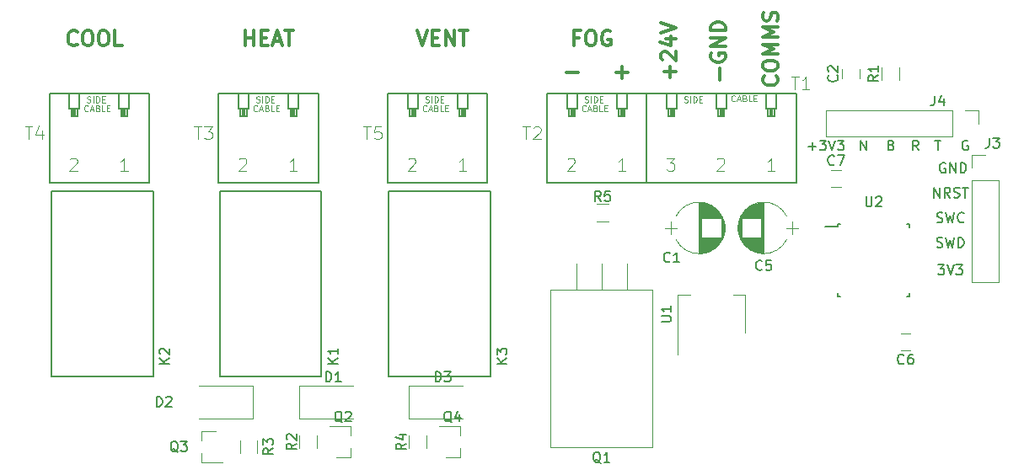
<source format=gto>
G04 #@! TF.FileFunction,Legend,Top*
%FSLAX46Y46*%
G04 Gerber Fmt 4.6, Leading zero omitted, Abs format (unit mm)*
G04 Created by KiCad (PCBNEW 4.0.7-e2-6376~58~ubuntu16.04.1) date Mon Nov  6 20:09:01 2017*
%MOMM*%
%LPD*%
G01*
G04 APERTURE LIST*
%ADD10C,0.100000*%
%ADD11C,0.200000*%
%ADD12C,0.300000*%
%ADD13C,0.150000*%
%ADD14C,0.120000*%
%ADD15C,0.127000*%
%ADD16C,0.101600*%
%ADD17C,0.050800*%
G04 APERTURE END LIST*
D10*
D11*
X184761905Y-87702381D02*
X185380953Y-87702381D01*
X185047619Y-88083333D01*
X185190477Y-88083333D01*
X185285715Y-88130952D01*
X185333334Y-88178571D01*
X185380953Y-88273810D01*
X185380953Y-88511905D01*
X185333334Y-88607143D01*
X185285715Y-88654762D01*
X185190477Y-88702381D01*
X184904762Y-88702381D01*
X184809524Y-88654762D01*
X184761905Y-88607143D01*
X185666667Y-87702381D02*
X186000000Y-88702381D01*
X186333334Y-87702381D01*
X186571429Y-87702381D02*
X187190477Y-87702381D01*
X186857143Y-88083333D01*
X187000001Y-88083333D01*
X187095239Y-88130952D01*
X187142858Y-88178571D01*
X187190477Y-88273810D01*
X187190477Y-88511905D01*
X187142858Y-88607143D01*
X187095239Y-88654762D01*
X187000001Y-88702381D01*
X186714286Y-88702381D01*
X186619048Y-88654762D01*
X186571429Y-88607143D01*
X184642857Y-85904762D02*
X184785714Y-85952381D01*
X185023810Y-85952381D01*
X185119048Y-85904762D01*
X185166667Y-85857143D01*
X185214286Y-85761905D01*
X185214286Y-85666667D01*
X185166667Y-85571429D01*
X185119048Y-85523810D01*
X185023810Y-85476190D01*
X184833333Y-85428571D01*
X184738095Y-85380952D01*
X184690476Y-85333333D01*
X184642857Y-85238095D01*
X184642857Y-85142857D01*
X184690476Y-85047619D01*
X184738095Y-85000000D01*
X184833333Y-84952381D01*
X185071429Y-84952381D01*
X185214286Y-85000000D01*
X185547619Y-84952381D02*
X185785714Y-85952381D01*
X185976191Y-85238095D01*
X186166667Y-85952381D01*
X186404762Y-84952381D01*
X186785714Y-85952381D02*
X186785714Y-84952381D01*
X187023809Y-84952381D01*
X187166667Y-85000000D01*
X187261905Y-85095238D01*
X187309524Y-85190476D01*
X187357143Y-85380952D01*
X187357143Y-85523810D01*
X187309524Y-85714286D01*
X187261905Y-85809524D01*
X187166667Y-85904762D01*
X187023809Y-85952381D01*
X186785714Y-85952381D01*
X184642857Y-83404762D02*
X184785714Y-83452381D01*
X185023810Y-83452381D01*
X185119048Y-83404762D01*
X185166667Y-83357143D01*
X185214286Y-83261905D01*
X185214286Y-83166667D01*
X185166667Y-83071429D01*
X185119048Y-83023810D01*
X185023810Y-82976190D01*
X184833333Y-82928571D01*
X184738095Y-82880952D01*
X184690476Y-82833333D01*
X184642857Y-82738095D01*
X184642857Y-82642857D01*
X184690476Y-82547619D01*
X184738095Y-82500000D01*
X184833333Y-82452381D01*
X185071429Y-82452381D01*
X185214286Y-82500000D01*
X185547619Y-82452381D02*
X185785714Y-83452381D01*
X185976191Y-82738095D01*
X186166667Y-83452381D01*
X186404762Y-82452381D01*
X187357143Y-83357143D02*
X187309524Y-83404762D01*
X187166667Y-83452381D01*
X187071429Y-83452381D01*
X186928571Y-83404762D01*
X186833333Y-83309524D01*
X186785714Y-83214286D01*
X186738095Y-83023810D01*
X186738095Y-82880952D01*
X186785714Y-82690476D01*
X186833333Y-82595238D01*
X186928571Y-82500000D01*
X187071429Y-82452381D01*
X187166667Y-82452381D01*
X187309524Y-82500000D01*
X187357143Y-82547619D01*
X184357143Y-80952381D02*
X184357143Y-79952381D01*
X184928572Y-80952381D01*
X184928572Y-79952381D01*
X185976191Y-80952381D02*
X185642857Y-80476190D01*
X185404762Y-80952381D02*
X185404762Y-79952381D01*
X185785715Y-79952381D01*
X185880953Y-80000000D01*
X185928572Y-80047619D01*
X185976191Y-80142857D01*
X185976191Y-80285714D01*
X185928572Y-80380952D01*
X185880953Y-80428571D01*
X185785715Y-80476190D01*
X185404762Y-80476190D01*
X186357143Y-80904762D02*
X186500000Y-80952381D01*
X186738096Y-80952381D01*
X186833334Y-80904762D01*
X186880953Y-80857143D01*
X186928572Y-80761905D01*
X186928572Y-80666667D01*
X186880953Y-80571429D01*
X186833334Y-80523810D01*
X186738096Y-80476190D01*
X186547619Y-80428571D01*
X186452381Y-80380952D01*
X186404762Y-80333333D01*
X186357143Y-80238095D01*
X186357143Y-80142857D01*
X186404762Y-80047619D01*
X186452381Y-80000000D01*
X186547619Y-79952381D01*
X186785715Y-79952381D01*
X186928572Y-80000000D01*
X187214286Y-79952381D02*
X187785715Y-79952381D01*
X187500000Y-80952381D02*
X187500000Y-79952381D01*
X185488096Y-77500000D02*
X185392858Y-77452381D01*
X185250001Y-77452381D01*
X185107143Y-77500000D01*
X185011905Y-77595238D01*
X184964286Y-77690476D01*
X184916667Y-77880952D01*
X184916667Y-78023810D01*
X184964286Y-78214286D01*
X185011905Y-78309524D01*
X185107143Y-78404762D01*
X185250001Y-78452381D01*
X185345239Y-78452381D01*
X185488096Y-78404762D01*
X185535715Y-78357143D01*
X185535715Y-78023810D01*
X185345239Y-78023810D01*
X185964286Y-78452381D02*
X185964286Y-77452381D01*
X186535715Y-78452381D01*
X186535715Y-77452381D01*
X187011905Y-78452381D02*
X187011905Y-77452381D01*
X187250000Y-77452381D01*
X187392858Y-77500000D01*
X187488096Y-77595238D01*
X187535715Y-77690476D01*
X187583334Y-77880952D01*
X187583334Y-78023810D01*
X187535715Y-78214286D01*
X187488096Y-78309524D01*
X187392858Y-78404762D01*
X187250000Y-78452381D01*
X187011905Y-78452381D01*
X187761905Y-75250000D02*
X187666667Y-75202381D01*
X187523810Y-75202381D01*
X187380952Y-75250000D01*
X187285714Y-75345238D01*
X187238095Y-75440476D01*
X187190476Y-75630952D01*
X187190476Y-75773810D01*
X187238095Y-75964286D01*
X187285714Y-76059524D01*
X187380952Y-76154762D01*
X187523810Y-76202381D01*
X187619048Y-76202381D01*
X187761905Y-76154762D01*
X187809524Y-76107143D01*
X187809524Y-75773810D01*
X187619048Y-75773810D01*
X184464286Y-75202381D02*
X185035715Y-75202381D01*
X184750000Y-76202381D02*
X184750000Y-75202381D01*
X182809524Y-76202381D02*
X182476190Y-75726190D01*
X182238095Y-76202381D02*
X182238095Y-75202381D01*
X182619048Y-75202381D01*
X182714286Y-75250000D01*
X182761905Y-75297619D01*
X182809524Y-75392857D01*
X182809524Y-75535714D01*
X182761905Y-75630952D01*
X182714286Y-75678571D01*
X182619048Y-75726190D01*
X182238095Y-75726190D01*
X180071429Y-75678571D02*
X180214286Y-75726190D01*
X180261905Y-75773810D01*
X180309524Y-75869048D01*
X180309524Y-76011905D01*
X180261905Y-76107143D01*
X180214286Y-76154762D01*
X180119048Y-76202381D01*
X179738095Y-76202381D01*
X179738095Y-75202381D01*
X180071429Y-75202381D01*
X180166667Y-75250000D01*
X180214286Y-75297619D01*
X180261905Y-75392857D01*
X180261905Y-75488095D01*
X180214286Y-75583333D01*
X180166667Y-75630952D01*
X180071429Y-75678571D01*
X179738095Y-75678571D01*
X176964286Y-76202381D02*
X176964286Y-75202381D01*
X177535715Y-76202381D01*
X177535715Y-75202381D01*
X171738095Y-75821429D02*
X172500000Y-75821429D01*
X172119048Y-76202381D02*
X172119048Y-75440476D01*
X172880952Y-75202381D02*
X173500000Y-75202381D01*
X173166666Y-75583333D01*
X173309524Y-75583333D01*
X173404762Y-75630952D01*
X173452381Y-75678571D01*
X173500000Y-75773810D01*
X173500000Y-76011905D01*
X173452381Y-76107143D01*
X173404762Y-76154762D01*
X173309524Y-76202381D01*
X173023809Y-76202381D01*
X172928571Y-76154762D01*
X172880952Y-76107143D01*
X173785714Y-75202381D02*
X174119047Y-76202381D01*
X174452381Y-75202381D01*
X174690476Y-75202381D02*
X175309524Y-75202381D01*
X174976190Y-75583333D01*
X175119048Y-75583333D01*
X175214286Y-75630952D01*
X175261905Y-75678571D01*
X175309524Y-75773810D01*
X175309524Y-76011905D01*
X175261905Y-76107143D01*
X175214286Y-76154762D01*
X175119048Y-76202381D01*
X174833333Y-76202381D01*
X174738095Y-76154762D01*
X174690476Y-76107143D01*
D12*
X168535714Y-68750000D02*
X168607143Y-68821429D01*
X168678571Y-69035715D01*
X168678571Y-69178572D01*
X168607143Y-69392857D01*
X168464286Y-69535715D01*
X168321429Y-69607143D01*
X168035714Y-69678572D01*
X167821429Y-69678572D01*
X167535714Y-69607143D01*
X167392857Y-69535715D01*
X167250000Y-69392857D01*
X167178571Y-69178572D01*
X167178571Y-69035715D01*
X167250000Y-68821429D01*
X167321429Y-68750000D01*
X167178571Y-67821429D02*
X167178571Y-67535715D01*
X167250000Y-67392857D01*
X167392857Y-67250000D01*
X167678571Y-67178572D01*
X168178571Y-67178572D01*
X168464286Y-67250000D01*
X168607143Y-67392857D01*
X168678571Y-67535715D01*
X168678571Y-67821429D01*
X168607143Y-67964286D01*
X168464286Y-68107143D01*
X168178571Y-68178572D01*
X167678571Y-68178572D01*
X167392857Y-68107143D01*
X167250000Y-67964286D01*
X167178571Y-67821429D01*
X168678571Y-66535714D02*
X167178571Y-66535714D01*
X168250000Y-66035714D01*
X167178571Y-65535714D01*
X168678571Y-65535714D01*
X168678571Y-64821428D02*
X167178571Y-64821428D01*
X168250000Y-64321428D01*
X167178571Y-63821428D01*
X168678571Y-63821428D01*
X168607143Y-63178571D02*
X168678571Y-62964285D01*
X168678571Y-62607142D01*
X168607143Y-62464285D01*
X168535714Y-62392856D01*
X168392857Y-62321428D01*
X168250000Y-62321428D01*
X168107143Y-62392856D01*
X168035714Y-62464285D01*
X167964286Y-62607142D01*
X167892857Y-62892856D01*
X167821429Y-63035714D01*
X167750000Y-63107142D01*
X167607143Y-63178571D01*
X167464286Y-63178571D01*
X167321429Y-63107142D01*
X167250000Y-63035714D01*
X167178571Y-62892856D01*
X167178571Y-62535714D01*
X167250000Y-62321428D01*
X162857143Y-69107143D02*
X162857143Y-67964286D01*
X162000000Y-66464286D02*
X161928571Y-66607143D01*
X161928571Y-66821429D01*
X162000000Y-67035714D01*
X162142857Y-67178572D01*
X162285714Y-67250000D01*
X162571429Y-67321429D01*
X162785714Y-67321429D01*
X163071429Y-67250000D01*
X163214286Y-67178572D01*
X163357143Y-67035714D01*
X163428571Y-66821429D01*
X163428571Y-66678572D01*
X163357143Y-66464286D01*
X163285714Y-66392857D01*
X162785714Y-66392857D01*
X162785714Y-66678572D01*
X163428571Y-65750000D02*
X161928571Y-65750000D01*
X163428571Y-64892857D01*
X161928571Y-64892857D01*
X163428571Y-64178571D02*
X161928571Y-64178571D01*
X161928571Y-63821428D01*
X162000000Y-63607143D01*
X162142857Y-63464285D01*
X162285714Y-63392857D01*
X162571429Y-63321428D01*
X162785714Y-63321428D01*
X163071429Y-63392857D01*
X163214286Y-63464285D01*
X163357143Y-63607143D01*
X163428571Y-63821428D01*
X163428571Y-64178571D01*
X157857143Y-68892856D02*
X157857143Y-67749999D01*
X158428571Y-68321428D02*
X157285714Y-68321428D01*
X157071429Y-67107142D02*
X157000000Y-67035713D01*
X156928571Y-66892856D01*
X156928571Y-66535713D01*
X157000000Y-66392856D01*
X157071429Y-66321427D01*
X157214286Y-66249999D01*
X157357143Y-66249999D01*
X157571429Y-66321427D01*
X158428571Y-67178570D01*
X158428571Y-66249999D01*
X157428571Y-64964285D02*
X158428571Y-64964285D01*
X156857143Y-65321428D02*
X157928571Y-65678571D01*
X157928571Y-64749999D01*
X156928571Y-64392857D02*
X158428571Y-63892857D01*
X156928571Y-63392857D01*
X152428572Y-68357143D02*
X153571429Y-68357143D01*
X153000000Y-68928571D02*
X153000000Y-67785714D01*
X147428572Y-68357143D02*
X148571429Y-68357143D01*
X148678572Y-64892857D02*
X148178572Y-64892857D01*
X148178572Y-65678571D02*
X148178572Y-64178571D01*
X148892858Y-64178571D01*
X149750000Y-64178571D02*
X150035714Y-64178571D01*
X150178572Y-64250000D01*
X150321429Y-64392857D01*
X150392857Y-64678571D01*
X150392857Y-65178571D01*
X150321429Y-65464286D01*
X150178572Y-65607143D01*
X150035714Y-65678571D01*
X149750000Y-65678571D01*
X149607143Y-65607143D01*
X149464286Y-65464286D01*
X149392857Y-65178571D01*
X149392857Y-64678571D01*
X149464286Y-64392857D01*
X149607143Y-64250000D01*
X149750000Y-64178571D01*
X151821429Y-64250000D02*
X151678572Y-64178571D01*
X151464286Y-64178571D01*
X151250001Y-64250000D01*
X151107143Y-64392857D01*
X151035715Y-64535714D01*
X150964286Y-64821429D01*
X150964286Y-65035714D01*
X151035715Y-65321429D01*
X151107143Y-65464286D01*
X151250001Y-65607143D01*
X151464286Y-65678571D01*
X151607143Y-65678571D01*
X151821429Y-65607143D01*
X151892858Y-65535714D01*
X151892858Y-65035714D01*
X151607143Y-65035714D01*
X132464286Y-64178571D02*
X132964286Y-65678571D01*
X133464286Y-64178571D01*
X133964286Y-64892857D02*
X134464286Y-64892857D01*
X134678572Y-65678571D02*
X133964286Y-65678571D01*
X133964286Y-64178571D01*
X134678572Y-64178571D01*
X135321429Y-65678571D02*
X135321429Y-64178571D01*
X136178572Y-65678571D01*
X136178572Y-64178571D01*
X136678572Y-64178571D02*
X137535715Y-64178571D01*
X137107144Y-65678571D02*
X137107144Y-64178571D01*
X115178572Y-65678571D02*
X115178572Y-64178571D01*
X115178572Y-64892857D02*
X116035715Y-64892857D01*
X116035715Y-65678571D02*
X116035715Y-64178571D01*
X116750001Y-64892857D02*
X117250001Y-64892857D01*
X117464287Y-65678571D02*
X116750001Y-65678571D01*
X116750001Y-64178571D01*
X117464287Y-64178571D01*
X118035715Y-65250000D02*
X118750001Y-65250000D01*
X117892858Y-65678571D02*
X118392858Y-64178571D01*
X118892858Y-65678571D01*
X119178572Y-64178571D02*
X120035715Y-64178571D01*
X119607144Y-65678571D02*
X119607144Y-64178571D01*
X98285714Y-65535714D02*
X98214285Y-65607143D01*
X97999999Y-65678571D01*
X97857142Y-65678571D01*
X97642857Y-65607143D01*
X97499999Y-65464286D01*
X97428571Y-65321429D01*
X97357142Y-65035714D01*
X97357142Y-64821429D01*
X97428571Y-64535714D01*
X97499999Y-64392857D01*
X97642857Y-64250000D01*
X97857142Y-64178571D01*
X97999999Y-64178571D01*
X98214285Y-64250000D01*
X98285714Y-64321429D01*
X99214285Y-64178571D02*
X99499999Y-64178571D01*
X99642857Y-64250000D01*
X99785714Y-64392857D01*
X99857142Y-64678571D01*
X99857142Y-65178571D01*
X99785714Y-65464286D01*
X99642857Y-65607143D01*
X99499999Y-65678571D01*
X99214285Y-65678571D01*
X99071428Y-65607143D01*
X98928571Y-65464286D01*
X98857142Y-65178571D01*
X98857142Y-64678571D01*
X98928571Y-64392857D01*
X99071428Y-64250000D01*
X99214285Y-64178571D01*
X100785714Y-64178571D02*
X101071428Y-64178571D01*
X101214286Y-64250000D01*
X101357143Y-64392857D01*
X101428571Y-64678571D01*
X101428571Y-65178571D01*
X101357143Y-65464286D01*
X101214286Y-65607143D01*
X101071428Y-65678571D01*
X100785714Y-65678571D01*
X100642857Y-65607143D01*
X100500000Y-65464286D01*
X100428571Y-65178571D01*
X100428571Y-64678571D01*
X100500000Y-64392857D01*
X100642857Y-64250000D01*
X100785714Y-64178571D01*
X102785715Y-65678571D02*
X102071429Y-65678571D01*
X102071429Y-64178571D01*
D13*
X174675000Y-83625000D02*
X174675000Y-83850000D01*
X181925000Y-83625000D02*
X181925000Y-83925000D01*
X181925000Y-90875000D02*
X181925000Y-90575000D01*
X174675000Y-90875000D02*
X174675000Y-90575000D01*
X174675000Y-83625000D02*
X174975000Y-83625000D01*
X174675000Y-90875000D02*
X174975000Y-90875000D01*
X181925000Y-90875000D02*
X181625000Y-90875000D01*
X181925000Y-83625000D02*
X181625000Y-83625000D01*
X174675000Y-83850000D02*
X173450000Y-83850000D01*
D14*
X163055722Y-82820277D02*
G75*
G03X158444420Y-82820000I-2305722J-1179723D01*
G01*
X163055722Y-85179723D02*
G75*
G02X158444420Y-85180000I-2305722J1179723D01*
G01*
X163055722Y-85179723D02*
G75*
G03X163055580Y-82820000I-2305722J1179723D01*
G01*
X160750000Y-81450000D02*
X160750000Y-86550000D01*
X160790000Y-81450000D02*
X160790000Y-86550000D01*
X160830000Y-81451000D02*
X160830000Y-86549000D01*
X160870000Y-81452000D02*
X160870000Y-86548000D01*
X160910000Y-81454000D02*
X160910000Y-86546000D01*
X160950000Y-81457000D02*
X160950000Y-86543000D01*
X160990000Y-81461000D02*
X160990000Y-86539000D01*
X161030000Y-81465000D02*
X161030000Y-83020000D01*
X161030000Y-84980000D02*
X161030000Y-86535000D01*
X161070000Y-81469000D02*
X161070000Y-83020000D01*
X161070000Y-84980000D02*
X161070000Y-86531000D01*
X161110000Y-81475000D02*
X161110000Y-83020000D01*
X161110000Y-84980000D02*
X161110000Y-86525000D01*
X161150000Y-81481000D02*
X161150000Y-83020000D01*
X161150000Y-84980000D02*
X161150000Y-86519000D01*
X161190000Y-81487000D02*
X161190000Y-83020000D01*
X161190000Y-84980000D02*
X161190000Y-86513000D01*
X161230000Y-81494000D02*
X161230000Y-83020000D01*
X161230000Y-84980000D02*
X161230000Y-86506000D01*
X161270000Y-81502000D02*
X161270000Y-83020000D01*
X161270000Y-84980000D02*
X161270000Y-86498000D01*
X161310000Y-81511000D02*
X161310000Y-83020000D01*
X161310000Y-84980000D02*
X161310000Y-86489000D01*
X161350000Y-81520000D02*
X161350000Y-83020000D01*
X161350000Y-84980000D02*
X161350000Y-86480000D01*
X161390000Y-81530000D02*
X161390000Y-83020000D01*
X161390000Y-84980000D02*
X161390000Y-86470000D01*
X161430000Y-81540000D02*
X161430000Y-83020000D01*
X161430000Y-84980000D02*
X161430000Y-86460000D01*
X161471000Y-81552000D02*
X161471000Y-83020000D01*
X161471000Y-84980000D02*
X161471000Y-86448000D01*
X161511000Y-81564000D02*
X161511000Y-83020000D01*
X161511000Y-84980000D02*
X161511000Y-86436000D01*
X161551000Y-81576000D02*
X161551000Y-83020000D01*
X161551000Y-84980000D02*
X161551000Y-86424000D01*
X161591000Y-81590000D02*
X161591000Y-83020000D01*
X161591000Y-84980000D02*
X161591000Y-86410000D01*
X161631000Y-81604000D02*
X161631000Y-83020000D01*
X161631000Y-84980000D02*
X161631000Y-86396000D01*
X161671000Y-81618000D02*
X161671000Y-83020000D01*
X161671000Y-84980000D02*
X161671000Y-86382000D01*
X161711000Y-81634000D02*
X161711000Y-83020000D01*
X161711000Y-84980000D02*
X161711000Y-86366000D01*
X161751000Y-81650000D02*
X161751000Y-83020000D01*
X161751000Y-84980000D02*
X161751000Y-86350000D01*
X161791000Y-81667000D02*
X161791000Y-83020000D01*
X161791000Y-84980000D02*
X161791000Y-86333000D01*
X161831000Y-81685000D02*
X161831000Y-83020000D01*
X161831000Y-84980000D02*
X161831000Y-86315000D01*
X161871000Y-81704000D02*
X161871000Y-83020000D01*
X161871000Y-84980000D02*
X161871000Y-86296000D01*
X161911000Y-81724000D02*
X161911000Y-83020000D01*
X161911000Y-84980000D02*
X161911000Y-86276000D01*
X161951000Y-81744000D02*
X161951000Y-83020000D01*
X161951000Y-84980000D02*
X161951000Y-86256000D01*
X161991000Y-81766000D02*
X161991000Y-83020000D01*
X161991000Y-84980000D02*
X161991000Y-86234000D01*
X162031000Y-81788000D02*
X162031000Y-83020000D01*
X162031000Y-84980000D02*
X162031000Y-86212000D01*
X162071000Y-81811000D02*
X162071000Y-83020000D01*
X162071000Y-84980000D02*
X162071000Y-86189000D01*
X162111000Y-81835000D02*
X162111000Y-83020000D01*
X162111000Y-84980000D02*
X162111000Y-86165000D01*
X162151000Y-81860000D02*
X162151000Y-83020000D01*
X162151000Y-84980000D02*
X162151000Y-86140000D01*
X162191000Y-81887000D02*
X162191000Y-83020000D01*
X162191000Y-84980000D02*
X162191000Y-86113000D01*
X162231000Y-81914000D02*
X162231000Y-83020000D01*
X162231000Y-84980000D02*
X162231000Y-86086000D01*
X162271000Y-81942000D02*
X162271000Y-83020000D01*
X162271000Y-84980000D02*
X162271000Y-86058000D01*
X162311000Y-81972000D02*
X162311000Y-83020000D01*
X162311000Y-84980000D02*
X162311000Y-86028000D01*
X162351000Y-82003000D02*
X162351000Y-83020000D01*
X162351000Y-84980000D02*
X162351000Y-85997000D01*
X162391000Y-82035000D02*
X162391000Y-83020000D01*
X162391000Y-84980000D02*
X162391000Y-85965000D01*
X162431000Y-82068000D02*
X162431000Y-83020000D01*
X162431000Y-84980000D02*
X162431000Y-85932000D01*
X162471000Y-82103000D02*
X162471000Y-83020000D01*
X162471000Y-84980000D02*
X162471000Y-85897000D01*
X162511000Y-82139000D02*
X162511000Y-83020000D01*
X162511000Y-84980000D02*
X162511000Y-85861000D01*
X162551000Y-82177000D02*
X162551000Y-83020000D01*
X162551000Y-84980000D02*
X162551000Y-85823000D01*
X162591000Y-82217000D02*
X162591000Y-83020000D01*
X162591000Y-84980000D02*
X162591000Y-85783000D01*
X162631000Y-82258000D02*
X162631000Y-83020000D01*
X162631000Y-84980000D02*
X162631000Y-85742000D01*
X162671000Y-82301000D02*
X162671000Y-83020000D01*
X162671000Y-84980000D02*
X162671000Y-85699000D01*
X162711000Y-82346000D02*
X162711000Y-83020000D01*
X162711000Y-84980000D02*
X162711000Y-85654000D01*
X162751000Y-82394000D02*
X162751000Y-83020000D01*
X162751000Y-84980000D02*
X162751000Y-85606000D01*
X162791000Y-82444000D02*
X162791000Y-83020000D01*
X162791000Y-84980000D02*
X162791000Y-85556000D01*
X162831000Y-82496000D02*
X162831000Y-83020000D01*
X162831000Y-84980000D02*
X162831000Y-85504000D01*
X162871000Y-82552000D02*
X162871000Y-83020000D01*
X162871000Y-84980000D02*
X162871000Y-85448000D01*
X162911000Y-82610000D02*
X162911000Y-83020000D01*
X162911000Y-84980000D02*
X162911000Y-85390000D01*
X162951000Y-82673000D02*
X162951000Y-83020000D01*
X162951000Y-84980000D02*
X162951000Y-85327000D01*
X162991000Y-82739000D02*
X162991000Y-85261000D01*
X163031000Y-82811000D02*
X163031000Y-85189000D01*
X163071000Y-82888000D02*
X163071000Y-85112000D01*
X163111000Y-82972000D02*
X163111000Y-85028000D01*
X163151000Y-83066000D02*
X163151000Y-84934000D01*
X163191000Y-83171000D02*
X163191000Y-84829000D01*
X163231000Y-83293000D02*
X163231000Y-84707000D01*
X163271000Y-83441000D02*
X163271000Y-84559000D01*
X163311000Y-83646000D02*
X163311000Y-84354000D01*
X157300000Y-84000000D02*
X158500000Y-84000000D01*
X157900000Y-83350000D02*
X157900000Y-84650000D01*
X175150000Y-68000000D02*
X175150000Y-69000000D01*
X176850000Y-69000000D02*
X176850000Y-68000000D01*
X164944278Y-85179723D02*
G75*
G03X169555580Y-85180000I2305722J1179723D01*
G01*
X164944278Y-82820277D02*
G75*
G02X169555580Y-82820000I2305722J-1179723D01*
G01*
X164944278Y-82820277D02*
G75*
G03X164944420Y-85180000I2305722J-1179723D01*
G01*
X167250000Y-86550000D02*
X167250000Y-81450000D01*
X167210000Y-86550000D02*
X167210000Y-81450000D01*
X167170000Y-86549000D02*
X167170000Y-81451000D01*
X167130000Y-86548000D02*
X167130000Y-81452000D01*
X167090000Y-86546000D02*
X167090000Y-81454000D01*
X167050000Y-86543000D02*
X167050000Y-81457000D01*
X167010000Y-86539000D02*
X167010000Y-81461000D01*
X166970000Y-86535000D02*
X166970000Y-84980000D01*
X166970000Y-83020000D02*
X166970000Y-81465000D01*
X166930000Y-86531000D02*
X166930000Y-84980000D01*
X166930000Y-83020000D02*
X166930000Y-81469000D01*
X166890000Y-86525000D02*
X166890000Y-84980000D01*
X166890000Y-83020000D02*
X166890000Y-81475000D01*
X166850000Y-86519000D02*
X166850000Y-84980000D01*
X166850000Y-83020000D02*
X166850000Y-81481000D01*
X166810000Y-86513000D02*
X166810000Y-84980000D01*
X166810000Y-83020000D02*
X166810000Y-81487000D01*
X166770000Y-86506000D02*
X166770000Y-84980000D01*
X166770000Y-83020000D02*
X166770000Y-81494000D01*
X166730000Y-86498000D02*
X166730000Y-84980000D01*
X166730000Y-83020000D02*
X166730000Y-81502000D01*
X166690000Y-86489000D02*
X166690000Y-84980000D01*
X166690000Y-83020000D02*
X166690000Y-81511000D01*
X166650000Y-86480000D02*
X166650000Y-84980000D01*
X166650000Y-83020000D02*
X166650000Y-81520000D01*
X166610000Y-86470000D02*
X166610000Y-84980000D01*
X166610000Y-83020000D02*
X166610000Y-81530000D01*
X166570000Y-86460000D02*
X166570000Y-84980000D01*
X166570000Y-83020000D02*
X166570000Y-81540000D01*
X166529000Y-86448000D02*
X166529000Y-84980000D01*
X166529000Y-83020000D02*
X166529000Y-81552000D01*
X166489000Y-86436000D02*
X166489000Y-84980000D01*
X166489000Y-83020000D02*
X166489000Y-81564000D01*
X166449000Y-86424000D02*
X166449000Y-84980000D01*
X166449000Y-83020000D02*
X166449000Y-81576000D01*
X166409000Y-86410000D02*
X166409000Y-84980000D01*
X166409000Y-83020000D02*
X166409000Y-81590000D01*
X166369000Y-86396000D02*
X166369000Y-84980000D01*
X166369000Y-83020000D02*
X166369000Y-81604000D01*
X166329000Y-86382000D02*
X166329000Y-84980000D01*
X166329000Y-83020000D02*
X166329000Y-81618000D01*
X166289000Y-86366000D02*
X166289000Y-84980000D01*
X166289000Y-83020000D02*
X166289000Y-81634000D01*
X166249000Y-86350000D02*
X166249000Y-84980000D01*
X166249000Y-83020000D02*
X166249000Y-81650000D01*
X166209000Y-86333000D02*
X166209000Y-84980000D01*
X166209000Y-83020000D02*
X166209000Y-81667000D01*
X166169000Y-86315000D02*
X166169000Y-84980000D01*
X166169000Y-83020000D02*
X166169000Y-81685000D01*
X166129000Y-86296000D02*
X166129000Y-84980000D01*
X166129000Y-83020000D02*
X166129000Y-81704000D01*
X166089000Y-86276000D02*
X166089000Y-84980000D01*
X166089000Y-83020000D02*
X166089000Y-81724000D01*
X166049000Y-86256000D02*
X166049000Y-84980000D01*
X166049000Y-83020000D02*
X166049000Y-81744000D01*
X166009000Y-86234000D02*
X166009000Y-84980000D01*
X166009000Y-83020000D02*
X166009000Y-81766000D01*
X165969000Y-86212000D02*
X165969000Y-84980000D01*
X165969000Y-83020000D02*
X165969000Y-81788000D01*
X165929000Y-86189000D02*
X165929000Y-84980000D01*
X165929000Y-83020000D02*
X165929000Y-81811000D01*
X165889000Y-86165000D02*
X165889000Y-84980000D01*
X165889000Y-83020000D02*
X165889000Y-81835000D01*
X165849000Y-86140000D02*
X165849000Y-84980000D01*
X165849000Y-83020000D02*
X165849000Y-81860000D01*
X165809000Y-86113000D02*
X165809000Y-84980000D01*
X165809000Y-83020000D02*
X165809000Y-81887000D01*
X165769000Y-86086000D02*
X165769000Y-84980000D01*
X165769000Y-83020000D02*
X165769000Y-81914000D01*
X165729000Y-86058000D02*
X165729000Y-84980000D01*
X165729000Y-83020000D02*
X165729000Y-81942000D01*
X165689000Y-86028000D02*
X165689000Y-84980000D01*
X165689000Y-83020000D02*
X165689000Y-81972000D01*
X165649000Y-85997000D02*
X165649000Y-84980000D01*
X165649000Y-83020000D02*
X165649000Y-82003000D01*
X165609000Y-85965000D02*
X165609000Y-84980000D01*
X165609000Y-83020000D02*
X165609000Y-82035000D01*
X165569000Y-85932000D02*
X165569000Y-84980000D01*
X165569000Y-83020000D02*
X165569000Y-82068000D01*
X165529000Y-85897000D02*
X165529000Y-84980000D01*
X165529000Y-83020000D02*
X165529000Y-82103000D01*
X165489000Y-85861000D02*
X165489000Y-84980000D01*
X165489000Y-83020000D02*
X165489000Y-82139000D01*
X165449000Y-85823000D02*
X165449000Y-84980000D01*
X165449000Y-83020000D02*
X165449000Y-82177000D01*
X165409000Y-85783000D02*
X165409000Y-84980000D01*
X165409000Y-83020000D02*
X165409000Y-82217000D01*
X165369000Y-85742000D02*
X165369000Y-84980000D01*
X165369000Y-83020000D02*
X165369000Y-82258000D01*
X165329000Y-85699000D02*
X165329000Y-84980000D01*
X165329000Y-83020000D02*
X165329000Y-82301000D01*
X165289000Y-85654000D02*
X165289000Y-84980000D01*
X165289000Y-83020000D02*
X165289000Y-82346000D01*
X165249000Y-85606000D02*
X165249000Y-84980000D01*
X165249000Y-83020000D02*
X165249000Y-82394000D01*
X165209000Y-85556000D02*
X165209000Y-84980000D01*
X165209000Y-83020000D02*
X165209000Y-82444000D01*
X165169000Y-85504000D02*
X165169000Y-84980000D01*
X165169000Y-83020000D02*
X165169000Y-82496000D01*
X165129000Y-85448000D02*
X165129000Y-84980000D01*
X165129000Y-83020000D02*
X165129000Y-82552000D01*
X165089000Y-85390000D02*
X165089000Y-84980000D01*
X165089000Y-83020000D02*
X165089000Y-82610000D01*
X165049000Y-85327000D02*
X165049000Y-84980000D01*
X165049000Y-83020000D02*
X165049000Y-82673000D01*
X165009000Y-85261000D02*
X165009000Y-82739000D01*
X164969000Y-85189000D02*
X164969000Y-82811000D01*
X164929000Y-85112000D02*
X164929000Y-82888000D01*
X164889000Y-85028000D02*
X164889000Y-82972000D01*
X164849000Y-84934000D02*
X164849000Y-83066000D01*
X164809000Y-84829000D02*
X164809000Y-83171000D01*
X164769000Y-84707000D02*
X164769000Y-83293000D01*
X164729000Y-84559000D02*
X164729000Y-83441000D01*
X164689000Y-84354000D02*
X164689000Y-83646000D01*
X170700000Y-84000000D02*
X169500000Y-84000000D01*
X170100000Y-84650000D02*
X170100000Y-83350000D01*
X181000000Y-96350000D02*
X182000000Y-96350000D01*
X182000000Y-94650000D02*
X181000000Y-94650000D01*
X175000000Y-78150000D02*
X174000000Y-78150000D01*
X174000000Y-79850000D02*
X175000000Y-79850000D01*
X120600000Y-99850000D02*
X120600000Y-103150000D01*
X120600000Y-103150000D02*
X126000000Y-103150000D01*
X120600000Y-99850000D02*
X126000000Y-99850000D01*
X115900000Y-103150000D02*
X115900000Y-99850000D01*
X115900000Y-99850000D02*
X110500000Y-99850000D01*
X115900000Y-103150000D02*
X110500000Y-103150000D01*
X131600000Y-99850000D02*
X131600000Y-103150000D01*
X131600000Y-103150000D02*
X137000000Y-103150000D01*
X131600000Y-99850000D02*
X137000000Y-99850000D01*
X188170000Y-89450000D02*
X190830000Y-89450000D01*
X188170000Y-79230000D02*
X188170000Y-89450000D01*
X190830000Y-79230000D02*
X190830000Y-89450000D01*
X188170000Y-79230000D02*
X190830000Y-79230000D01*
X188170000Y-77960000D02*
X188170000Y-76630000D01*
X188170000Y-76630000D02*
X189500000Y-76630000D01*
X173470000Y-72170000D02*
X173470000Y-74830000D01*
X186230000Y-72170000D02*
X173470000Y-72170000D01*
X186230000Y-74830000D02*
X173470000Y-74830000D01*
X186230000Y-72170000D02*
X186230000Y-74830000D01*
X187500000Y-72170000D02*
X188830000Y-72170000D01*
X188830000Y-72170000D02*
X188830000Y-73500000D01*
D13*
X122800000Y-98900000D02*
X122800000Y-80300000D01*
X112600000Y-98900000D02*
X112600000Y-80300000D01*
X112600000Y-98900000D02*
X122800000Y-98900000D01*
X122800000Y-80300000D02*
X112600000Y-80300000D01*
X105900000Y-98900000D02*
X105900000Y-80300000D01*
X95700000Y-98900000D02*
X95700000Y-80300000D01*
X95700000Y-98900000D02*
X105900000Y-98900000D01*
X105900000Y-80300000D02*
X95700000Y-80300000D01*
X139800000Y-98900000D02*
X139800000Y-80300000D01*
X129600000Y-98900000D02*
X129600000Y-80300000D01*
X129600000Y-98900000D02*
X139800000Y-98900000D01*
X139800000Y-80300000D02*
X129600000Y-80300000D01*
D14*
X156080000Y-90190000D02*
X145840000Y-90190000D01*
X156080000Y-106080000D02*
X145840000Y-106080000D01*
X156080000Y-106080000D02*
X156080000Y-90190000D01*
X145840000Y-106080000D02*
X145840000Y-90190000D01*
X153500000Y-90190000D02*
X153500000Y-87550000D01*
X150960000Y-90190000D02*
X150960000Y-87566000D01*
X148420000Y-90190000D02*
X148420000Y-87566000D01*
X125760000Y-107080000D02*
X125760000Y-106150000D01*
X125760000Y-103920000D02*
X125760000Y-104850000D01*
X125760000Y-103920000D02*
X123600000Y-103920000D01*
X125760000Y-107080000D02*
X124300000Y-107080000D01*
X110740000Y-104420000D02*
X110740000Y-105350000D01*
X110740000Y-107580000D02*
X110740000Y-106650000D01*
X110740000Y-107580000D02*
X112900000Y-107580000D01*
X110740000Y-104420000D02*
X112200000Y-104420000D01*
X136760000Y-107080000D02*
X136760000Y-106150000D01*
X136760000Y-103920000D02*
X136760000Y-104850000D01*
X136760000Y-103920000D02*
X134600000Y-103920000D01*
X136760000Y-107080000D02*
X135300000Y-107080000D01*
X180880000Y-67900000D02*
X180880000Y-69100000D01*
X179120000Y-69100000D02*
X179120000Y-67900000D01*
X114620000Y-106600000D02*
X114620000Y-105400000D01*
X116380000Y-105400000D02*
X116380000Y-106600000D01*
X133380000Y-104900000D02*
X133380000Y-106100000D01*
X131620000Y-106100000D02*
X131620000Y-104900000D01*
D15*
X170499340Y-70502040D02*
X170499340Y-79498720D01*
X170499340Y-79498720D02*
X155500640Y-79498720D01*
X155500640Y-79498720D02*
X155500640Y-70502040D01*
X155500640Y-70502040D02*
X157502160Y-70502040D01*
X162500880Y-70502040D02*
X163501640Y-70502040D01*
X163501640Y-70502040D02*
X167502140Y-70502040D01*
X167502140Y-70502040D02*
X168497820Y-70502040D01*
X168497820Y-70502040D02*
X170499340Y-70502040D01*
X168497820Y-70502040D02*
X168497820Y-72000640D01*
X168497820Y-72000640D02*
X167502140Y-72000640D01*
X167502140Y-72000640D02*
X167502140Y-70502040D01*
X163501640Y-70502040D02*
X163501640Y-72000640D01*
X163501640Y-72000640D02*
X162500880Y-72000640D01*
X162500880Y-72000640D02*
X162500880Y-70502040D01*
X168299700Y-72102240D02*
X168299700Y-72800740D01*
X168099040Y-72102240D02*
X168099040Y-72800740D01*
X167900920Y-72102240D02*
X167900920Y-72800740D01*
X167700260Y-72102240D02*
X167700260Y-72800740D01*
X168299700Y-72800740D02*
X167700260Y-72800740D01*
X163300980Y-72102240D02*
X163300980Y-72800740D01*
X163300980Y-72800740D02*
X163100320Y-72800740D01*
X163100320Y-72800740D02*
X163100320Y-72102240D01*
X163100320Y-72800740D02*
X162902200Y-72800740D01*
X162902200Y-72800740D02*
X162902200Y-72102240D01*
X162902200Y-72800740D02*
X162701540Y-72800740D01*
X162701540Y-72800740D02*
X162701540Y-72102240D01*
X157502160Y-70502040D02*
X158500380Y-70502040D01*
X158500380Y-70502040D02*
X162500880Y-70502040D01*
X158500380Y-70502040D02*
X158500380Y-72000640D01*
X158500380Y-72000640D02*
X157502160Y-72000640D01*
X157502160Y-72000640D02*
X157502160Y-70502040D01*
X158302260Y-72102240D02*
X158302260Y-72800740D01*
X158302260Y-72800740D02*
X158101600Y-72800740D01*
X158101600Y-72800740D02*
X158101600Y-72102240D01*
X158101600Y-72800740D02*
X157900940Y-72800740D01*
X157900940Y-72800740D02*
X157900940Y-72102240D01*
X157900940Y-72800740D02*
X157700280Y-72800740D01*
X157700280Y-72800740D02*
X157700280Y-72102240D01*
X155498080Y-70502040D02*
X155498080Y-79498720D01*
X155498080Y-79498720D02*
X145500640Y-79498720D01*
X145500640Y-79498720D02*
X145500640Y-70502040D01*
X145500640Y-70502040D02*
X147499620Y-70502040D01*
X147499620Y-70502040D02*
X148500380Y-70502040D01*
X148500380Y-70502040D02*
X152500880Y-70502040D01*
X152500880Y-70502040D02*
X153496560Y-70502040D01*
X153496560Y-70502040D02*
X155498080Y-70502040D01*
X153496560Y-70502040D02*
X153496560Y-72000640D01*
X153496560Y-72000640D02*
X152500880Y-72000640D01*
X152500880Y-72000640D02*
X152500880Y-70502040D01*
X148500380Y-70502040D02*
X148500380Y-72000640D01*
X148500380Y-72000640D02*
X147499620Y-72000640D01*
X147499620Y-72000640D02*
X147499620Y-70502040D01*
X153298440Y-72102240D02*
X153298440Y-72800740D01*
X153097780Y-72102240D02*
X153097780Y-72800740D01*
X152899660Y-72102240D02*
X152899660Y-72800740D01*
X152699000Y-72102240D02*
X152699000Y-72800740D01*
X153298440Y-72800740D02*
X152699000Y-72800740D01*
X148299720Y-72102240D02*
X148299720Y-72800740D01*
X148299720Y-72800740D02*
X148099060Y-72800740D01*
X148099060Y-72800740D02*
X148099060Y-72102240D01*
X148099060Y-72800740D02*
X147900940Y-72800740D01*
X147900940Y-72800740D02*
X147900940Y-72102240D01*
X147900940Y-72800740D02*
X147700280Y-72800740D01*
X147700280Y-72800740D02*
X147700280Y-72102240D01*
X122498080Y-70502040D02*
X122498080Y-79498720D01*
X122498080Y-79498720D02*
X112500640Y-79498720D01*
X112500640Y-79498720D02*
X112500640Y-70502040D01*
X112500640Y-70502040D02*
X114499620Y-70502040D01*
X114499620Y-70502040D02*
X115500380Y-70502040D01*
X115500380Y-70502040D02*
X119500880Y-70502040D01*
X119500880Y-70502040D02*
X120496560Y-70502040D01*
X120496560Y-70502040D02*
X122498080Y-70502040D01*
X120496560Y-70502040D02*
X120496560Y-72000640D01*
X120496560Y-72000640D02*
X119500880Y-72000640D01*
X119500880Y-72000640D02*
X119500880Y-70502040D01*
X115500380Y-70502040D02*
X115500380Y-72000640D01*
X115500380Y-72000640D02*
X114499620Y-72000640D01*
X114499620Y-72000640D02*
X114499620Y-70502040D01*
X120298440Y-72102240D02*
X120298440Y-72800740D01*
X120097780Y-72102240D02*
X120097780Y-72800740D01*
X119899660Y-72102240D02*
X119899660Y-72800740D01*
X119699000Y-72102240D02*
X119699000Y-72800740D01*
X120298440Y-72800740D02*
X119699000Y-72800740D01*
X115299720Y-72102240D02*
X115299720Y-72800740D01*
X115299720Y-72800740D02*
X115099060Y-72800740D01*
X115099060Y-72800740D02*
X115099060Y-72102240D01*
X115099060Y-72800740D02*
X114900940Y-72800740D01*
X114900940Y-72800740D02*
X114900940Y-72102240D01*
X114900940Y-72800740D02*
X114700280Y-72800740D01*
X114700280Y-72800740D02*
X114700280Y-72102240D01*
X105499360Y-70502040D02*
X105499360Y-79498720D01*
X105499360Y-79498720D02*
X95501920Y-79498720D01*
X95501920Y-79498720D02*
X95501920Y-70502040D01*
X95501920Y-70502040D02*
X97500900Y-70502040D01*
X97500900Y-70502040D02*
X98501660Y-70502040D01*
X98501660Y-70502040D02*
X102502160Y-70502040D01*
X102502160Y-70502040D02*
X103497840Y-70502040D01*
X103497840Y-70502040D02*
X105499360Y-70502040D01*
X103497840Y-70502040D02*
X103497840Y-72000640D01*
X103497840Y-72000640D02*
X102502160Y-72000640D01*
X102502160Y-72000640D02*
X102502160Y-70502040D01*
X98501660Y-70502040D02*
X98501660Y-72000640D01*
X98501660Y-72000640D02*
X97500900Y-72000640D01*
X97500900Y-72000640D02*
X97500900Y-70502040D01*
X103299720Y-72102240D02*
X103299720Y-72800740D01*
X103099060Y-72102240D02*
X103099060Y-72800740D01*
X102900940Y-72102240D02*
X102900940Y-72800740D01*
X102700280Y-72102240D02*
X102700280Y-72800740D01*
X103299720Y-72800740D02*
X102700280Y-72800740D01*
X98301000Y-72102240D02*
X98301000Y-72800740D01*
X98301000Y-72800740D02*
X98100340Y-72800740D01*
X98100340Y-72800740D02*
X98100340Y-72102240D01*
X98100340Y-72800740D02*
X97902220Y-72800740D01*
X97902220Y-72800740D02*
X97902220Y-72102240D01*
X97902220Y-72800740D02*
X97701560Y-72800740D01*
X97701560Y-72800740D02*
X97701560Y-72102240D01*
X139498080Y-70502040D02*
X139498080Y-79498720D01*
X139498080Y-79498720D02*
X129500640Y-79498720D01*
X129500640Y-79498720D02*
X129500640Y-70502040D01*
X129500640Y-70502040D02*
X131499620Y-70502040D01*
X131499620Y-70502040D02*
X132500380Y-70502040D01*
X132500380Y-70502040D02*
X136500880Y-70502040D01*
X136500880Y-70502040D02*
X137496560Y-70502040D01*
X137496560Y-70502040D02*
X139498080Y-70502040D01*
X137496560Y-70502040D02*
X137496560Y-72000640D01*
X137496560Y-72000640D02*
X136500880Y-72000640D01*
X136500880Y-72000640D02*
X136500880Y-70502040D01*
X132500380Y-70502040D02*
X132500380Y-72000640D01*
X132500380Y-72000640D02*
X131499620Y-72000640D01*
X131499620Y-72000640D02*
X131499620Y-70502040D01*
X137298440Y-72102240D02*
X137298440Y-72800740D01*
X137097780Y-72102240D02*
X137097780Y-72800740D01*
X136899660Y-72102240D02*
X136899660Y-72800740D01*
X136699000Y-72102240D02*
X136699000Y-72800740D01*
X137298440Y-72800740D02*
X136699000Y-72800740D01*
X132299720Y-72102240D02*
X132299720Y-72800740D01*
X132299720Y-72800740D02*
X132099060Y-72800740D01*
X132099060Y-72800740D02*
X132099060Y-72102240D01*
X132099060Y-72800740D02*
X131900940Y-72800740D01*
X131900940Y-72800740D02*
X131900940Y-72102240D01*
X131900940Y-72800740D02*
X131700280Y-72800740D01*
X131700280Y-72800740D02*
X131700280Y-72102240D01*
D14*
X165410000Y-90740000D02*
X164150000Y-90740000D01*
X158590000Y-90740000D02*
X159850000Y-90740000D01*
X165410000Y-94500000D02*
X165410000Y-90740000D01*
X158590000Y-96750000D02*
X158590000Y-90740000D01*
X151650000Y-83380000D02*
X150450000Y-83380000D01*
X150450000Y-81620000D02*
X151650000Y-81620000D01*
X122380000Y-104900000D02*
X122380000Y-106100000D01*
X120620000Y-106100000D02*
X120620000Y-104900000D01*
D13*
X177538095Y-80852381D02*
X177538095Y-81661905D01*
X177585714Y-81757143D01*
X177633333Y-81804762D01*
X177728571Y-81852381D01*
X177919048Y-81852381D01*
X178014286Y-81804762D01*
X178061905Y-81757143D01*
X178109524Y-81661905D01*
X178109524Y-80852381D01*
X178538095Y-80947619D02*
X178585714Y-80900000D01*
X178680952Y-80852381D01*
X178919048Y-80852381D01*
X179014286Y-80900000D01*
X179061905Y-80947619D01*
X179109524Y-81042857D01*
X179109524Y-81138095D01*
X179061905Y-81280952D01*
X178490476Y-81852381D01*
X179109524Y-81852381D01*
X157833334Y-87357143D02*
X157785715Y-87404762D01*
X157642858Y-87452381D01*
X157547620Y-87452381D01*
X157404762Y-87404762D01*
X157309524Y-87309524D01*
X157261905Y-87214286D01*
X157214286Y-87023810D01*
X157214286Y-86880952D01*
X157261905Y-86690476D01*
X157309524Y-86595238D01*
X157404762Y-86500000D01*
X157547620Y-86452381D01*
X157642858Y-86452381D01*
X157785715Y-86500000D01*
X157833334Y-86547619D01*
X158785715Y-87452381D02*
X158214286Y-87452381D01*
X158500000Y-87452381D02*
X158500000Y-86452381D01*
X158404762Y-86595238D01*
X158309524Y-86690476D01*
X158214286Y-86738095D01*
X174607143Y-68666666D02*
X174654762Y-68714285D01*
X174702381Y-68857142D01*
X174702381Y-68952380D01*
X174654762Y-69095238D01*
X174559524Y-69190476D01*
X174464286Y-69238095D01*
X174273810Y-69285714D01*
X174130952Y-69285714D01*
X173940476Y-69238095D01*
X173845238Y-69190476D01*
X173750000Y-69095238D01*
X173702381Y-68952380D01*
X173702381Y-68857142D01*
X173750000Y-68714285D01*
X173797619Y-68666666D01*
X173797619Y-68285714D02*
X173750000Y-68238095D01*
X173702381Y-68142857D01*
X173702381Y-67904761D01*
X173750000Y-67809523D01*
X173797619Y-67761904D01*
X173892857Y-67714285D01*
X173988095Y-67714285D01*
X174130952Y-67761904D01*
X174702381Y-68333333D01*
X174702381Y-67714285D01*
X167083334Y-88167143D02*
X167035715Y-88214762D01*
X166892858Y-88262381D01*
X166797620Y-88262381D01*
X166654762Y-88214762D01*
X166559524Y-88119524D01*
X166511905Y-88024286D01*
X166464286Y-87833810D01*
X166464286Y-87690952D01*
X166511905Y-87500476D01*
X166559524Y-87405238D01*
X166654762Y-87310000D01*
X166797620Y-87262381D01*
X166892858Y-87262381D01*
X167035715Y-87310000D01*
X167083334Y-87357619D01*
X167988096Y-87262381D02*
X167511905Y-87262381D01*
X167464286Y-87738571D01*
X167511905Y-87690952D01*
X167607143Y-87643333D01*
X167845239Y-87643333D01*
X167940477Y-87690952D01*
X167988096Y-87738571D01*
X168035715Y-87833810D01*
X168035715Y-88071905D01*
X167988096Y-88167143D01*
X167940477Y-88214762D01*
X167845239Y-88262381D01*
X167607143Y-88262381D01*
X167511905Y-88214762D01*
X167464286Y-88167143D01*
X181333334Y-97607143D02*
X181285715Y-97654762D01*
X181142858Y-97702381D01*
X181047620Y-97702381D01*
X180904762Y-97654762D01*
X180809524Y-97559524D01*
X180761905Y-97464286D01*
X180714286Y-97273810D01*
X180714286Y-97130952D01*
X180761905Y-96940476D01*
X180809524Y-96845238D01*
X180904762Y-96750000D01*
X181047620Y-96702381D01*
X181142858Y-96702381D01*
X181285715Y-96750000D01*
X181333334Y-96797619D01*
X182190477Y-96702381D02*
X182000000Y-96702381D01*
X181904762Y-96750000D01*
X181857143Y-96797619D01*
X181761905Y-96940476D01*
X181714286Y-97130952D01*
X181714286Y-97511905D01*
X181761905Y-97607143D01*
X181809524Y-97654762D01*
X181904762Y-97702381D01*
X182095239Y-97702381D01*
X182190477Y-97654762D01*
X182238096Y-97607143D01*
X182285715Y-97511905D01*
X182285715Y-97273810D01*
X182238096Y-97178571D01*
X182190477Y-97130952D01*
X182095239Y-97083333D01*
X181904762Y-97083333D01*
X181809524Y-97130952D01*
X181761905Y-97178571D01*
X181714286Y-97273810D01*
X174333334Y-77607143D02*
X174285715Y-77654762D01*
X174142858Y-77702381D01*
X174047620Y-77702381D01*
X173904762Y-77654762D01*
X173809524Y-77559524D01*
X173761905Y-77464286D01*
X173714286Y-77273810D01*
X173714286Y-77130952D01*
X173761905Y-76940476D01*
X173809524Y-76845238D01*
X173904762Y-76750000D01*
X174047620Y-76702381D01*
X174142858Y-76702381D01*
X174285715Y-76750000D01*
X174333334Y-76797619D01*
X174666667Y-76702381D02*
X175333334Y-76702381D01*
X174904762Y-77702381D01*
X123261905Y-99452381D02*
X123261905Y-98452381D01*
X123500000Y-98452381D01*
X123642858Y-98500000D01*
X123738096Y-98595238D01*
X123785715Y-98690476D01*
X123833334Y-98880952D01*
X123833334Y-99023810D01*
X123785715Y-99214286D01*
X123738096Y-99309524D01*
X123642858Y-99404762D01*
X123500000Y-99452381D01*
X123261905Y-99452381D01*
X124785715Y-99452381D02*
X124214286Y-99452381D01*
X124500000Y-99452381D02*
X124500000Y-98452381D01*
X124404762Y-98595238D01*
X124309524Y-98690476D01*
X124214286Y-98738095D01*
X106261905Y-101952381D02*
X106261905Y-100952381D01*
X106500000Y-100952381D01*
X106642858Y-101000000D01*
X106738096Y-101095238D01*
X106785715Y-101190476D01*
X106833334Y-101380952D01*
X106833334Y-101523810D01*
X106785715Y-101714286D01*
X106738096Y-101809524D01*
X106642858Y-101904762D01*
X106500000Y-101952381D01*
X106261905Y-101952381D01*
X107214286Y-101047619D02*
X107261905Y-101000000D01*
X107357143Y-100952381D01*
X107595239Y-100952381D01*
X107690477Y-101000000D01*
X107738096Y-101047619D01*
X107785715Y-101142857D01*
X107785715Y-101238095D01*
X107738096Y-101380952D01*
X107166667Y-101952381D01*
X107785715Y-101952381D01*
X134261905Y-99452381D02*
X134261905Y-98452381D01*
X134500000Y-98452381D01*
X134642858Y-98500000D01*
X134738096Y-98595238D01*
X134785715Y-98690476D01*
X134833334Y-98880952D01*
X134833334Y-99023810D01*
X134785715Y-99214286D01*
X134738096Y-99309524D01*
X134642858Y-99404762D01*
X134500000Y-99452381D01*
X134261905Y-99452381D01*
X135166667Y-98452381D02*
X135785715Y-98452381D01*
X135452381Y-98833333D01*
X135595239Y-98833333D01*
X135690477Y-98880952D01*
X135738096Y-98928571D01*
X135785715Y-99023810D01*
X135785715Y-99261905D01*
X135738096Y-99357143D01*
X135690477Y-99404762D01*
X135595239Y-99452381D01*
X135309524Y-99452381D01*
X135214286Y-99404762D01*
X135166667Y-99357143D01*
X189916667Y-74952381D02*
X189916667Y-75666667D01*
X189869047Y-75809524D01*
X189773809Y-75904762D01*
X189630952Y-75952381D01*
X189535714Y-75952381D01*
X190297619Y-74952381D02*
X190916667Y-74952381D01*
X190583333Y-75333333D01*
X190726191Y-75333333D01*
X190821429Y-75380952D01*
X190869048Y-75428571D01*
X190916667Y-75523810D01*
X190916667Y-75761905D01*
X190869048Y-75857143D01*
X190821429Y-75904762D01*
X190726191Y-75952381D01*
X190440476Y-75952381D01*
X190345238Y-75904762D01*
X190297619Y-75857143D01*
X184416667Y-70702381D02*
X184416667Y-71416667D01*
X184369047Y-71559524D01*
X184273809Y-71654762D01*
X184130952Y-71702381D01*
X184035714Y-71702381D01*
X185321429Y-71035714D02*
X185321429Y-71702381D01*
X185083333Y-70654762D02*
X184845238Y-71369048D01*
X185464286Y-71369048D01*
X124452381Y-97638095D02*
X123452381Y-97638095D01*
X124452381Y-97066666D02*
X123880952Y-97495238D01*
X123452381Y-97066666D02*
X124023810Y-97638095D01*
X124452381Y-96114285D02*
X124452381Y-96685714D01*
X124452381Y-96400000D02*
X123452381Y-96400000D01*
X123595238Y-96495238D01*
X123690476Y-96590476D01*
X123738095Y-96685714D01*
X107552381Y-97638095D02*
X106552381Y-97638095D01*
X107552381Y-97066666D02*
X106980952Y-97495238D01*
X106552381Y-97066666D02*
X107123810Y-97638095D01*
X106647619Y-96685714D02*
X106600000Y-96638095D01*
X106552381Y-96542857D01*
X106552381Y-96304761D01*
X106600000Y-96209523D01*
X106647619Y-96161904D01*
X106742857Y-96114285D01*
X106838095Y-96114285D01*
X106980952Y-96161904D01*
X107552381Y-96733333D01*
X107552381Y-96114285D01*
X141452381Y-97638095D02*
X140452381Y-97638095D01*
X141452381Y-97066666D02*
X140880952Y-97495238D01*
X140452381Y-97066666D02*
X141023810Y-97638095D01*
X140452381Y-96733333D02*
X140452381Y-96114285D01*
X140833333Y-96447619D01*
X140833333Y-96304761D01*
X140880952Y-96209523D01*
X140928571Y-96161904D01*
X141023810Y-96114285D01*
X141261905Y-96114285D01*
X141357143Y-96161904D01*
X141404762Y-96209523D01*
X141452381Y-96304761D01*
X141452381Y-96590476D01*
X141404762Y-96685714D01*
X141357143Y-96733333D01*
X150864762Y-107627619D02*
X150769524Y-107580000D01*
X150674286Y-107484762D01*
X150531429Y-107341905D01*
X150436190Y-107294286D01*
X150340952Y-107294286D01*
X150388571Y-107532381D02*
X150293333Y-107484762D01*
X150198095Y-107389524D01*
X150150476Y-107199048D01*
X150150476Y-106865714D01*
X150198095Y-106675238D01*
X150293333Y-106580000D01*
X150388571Y-106532381D01*
X150579048Y-106532381D01*
X150674286Y-106580000D01*
X150769524Y-106675238D01*
X150817143Y-106865714D01*
X150817143Y-107199048D01*
X150769524Y-107389524D01*
X150674286Y-107484762D01*
X150579048Y-107532381D01*
X150388571Y-107532381D01*
X151769524Y-107532381D02*
X151198095Y-107532381D01*
X151483809Y-107532381D02*
X151483809Y-106532381D01*
X151388571Y-106675238D01*
X151293333Y-106770476D01*
X151198095Y-106818095D01*
X124904762Y-103547619D02*
X124809524Y-103500000D01*
X124714286Y-103404762D01*
X124571429Y-103261905D01*
X124476190Y-103214286D01*
X124380952Y-103214286D01*
X124428571Y-103452381D02*
X124333333Y-103404762D01*
X124238095Y-103309524D01*
X124190476Y-103119048D01*
X124190476Y-102785714D01*
X124238095Y-102595238D01*
X124333333Y-102500000D01*
X124428571Y-102452381D01*
X124619048Y-102452381D01*
X124714286Y-102500000D01*
X124809524Y-102595238D01*
X124857143Y-102785714D01*
X124857143Y-103119048D01*
X124809524Y-103309524D01*
X124714286Y-103404762D01*
X124619048Y-103452381D01*
X124428571Y-103452381D01*
X125238095Y-102547619D02*
X125285714Y-102500000D01*
X125380952Y-102452381D01*
X125619048Y-102452381D01*
X125714286Y-102500000D01*
X125761905Y-102547619D01*
X125809524Y-102642857D01*
X125809524Y-102738095D01*
X125761905Y-102880952D01*
X125190476Y-103452381D01*
X125809524Y-103452381D01*
X108404762Y-106547619D02*
X108309524Y-106500000D01*
X108214286Y-106404762D01*
X108071429Y-106261905D01*
X107976190Y-106214286D01*
X107880952Y-106214286D01*
X107928571Y-106452381D02*
X107833333Y-106404762D01*
X107738095Y-106309524D01*
X107690476Y-106119048D01*
X107690476Y-105785714D01*
X107738095Y-105595238D01*
X107833333Y-105500000D01*
X107928571Y-105452381D01*
X108119048Y-105452381D01*
X108214286Y-105500000D01*
X108309524Y-105595238D01*
X108357143Y-105785714D01*
X108357143Y-106119048D01*
X108309524Y-106309524D01*
X108214286Y-106404762D01*
X108119048Y-106452381D01*
X107928571Y-106452381D01*
X108690476Y-105452381D02*
X109309524Y-105452381D01*
X108976190Y-105833333D01*
X109119048Y-105833333D01*
X109214286Y-105880952D01*
X109261905Y-105928571D01*
X109309524Y-106023810D01*
X109309524Y-106261905D01*
X109261905Y-106357143D01*
X109214286Y-106404762D01*
X109119048Y-106452381D01*
X108833333Y-106452381D01*
X108738095Y-106404762D01*
X108690476Y-106357143D01*
X135904762Y-103547619D02*
X135809524Y-103500000D01*
X135714286Y-103404762D01*
X135571429Y-103261905D01*
X135476190Y-103214286D01*
X135380952Y-103214286D01*
X135428571Y-103452381D02*
X135333333Y-103404762D01*
X135238095Y-103309524D01*
X135190476Y-103119048D01*
X135190476Y-102785714D01*
X135238095Y-102595238D01*
X135333333Y-102500000D01*
X135428571Y-102452381D01*
X135619048Y-102452381D01*
X135714286Y-102500000D01*
X135809524Y-102595238D01*
X135857143Y-102785714D01*
X135857143Y-103119048D01*
X135809524Y-103309524D01*
X135714286Y-103404762D01*
X135619048Y-103452381D01*
X135428571Y-103452381D01*
X136714286Y-102785714D02*
X136714286Y-103452381D01*
X136476190Y-102404762D02*
X136238095Y-103119048D01*
X136857143Y-103119048D01*
X178752381Y-68666666D02*
X178276190Y-69000000D01*
X178752381Y-69238095D02*
X177752381Y-69238095D01*
X177752381Y-68857142D01*
X177800000Y-68761904D01*
X177847619Y-68714285D01*
X177942857Y-68666666D01*
X178085714Y-68666666D01*
X178180952Y-68714285D01*
X178228571Y-68761904D01*
X178276190Y-68857142D01*
X178276190Y-69238095D01*
X178752381Y-67714285D02*
X178752381Y-68285714D01*
X178752381Y-68000000D02*
X177752381Y-68000000D01*
X177895238Y-68095238D01*
X177990476Y-68190476D01*
X178038095Y-68285714D01*
X117952381Y-106166666D02*
X117476190Y-106500000D01*
X117952381Y-106738095D02*
X116952381Y-106738095D01*
X116952381Y-106357142D01*
X117000000Y-106261904D01*
X117047619Y-106214285D01*
X117142857Y-106166666D01*
X117285714Y-106166666D01*
X117380952Y-106214285D01*
X117428571Y-106261904D01*
X117476190Y-106357142D01*
X117476190Y-106738095D01*
X116952381Y-105833333D02*
X116952381Y-105214285D01*
X117333333Y-105547619D01*
X117333333Y-105404761D01*
X117380952Y-105309523D01*
X117428571Y-105261904D01*
X117523810Y-105214285D01*
X117761905Y-105214285D01*
X117857143Y-105261904D01*
X117904762Y-105309523D01*
X117952381Y-105404761D01*
X117952381Y-105690476D01*
X117904762Y-105785714D01*
X117857143Y-105833333D01*
X131302381Y-105666666D02*
X130826190Y-106000000D01*
X131302381Y-106238095D02*
X130302381Y-106238095D01*
X130302381Y-105857142D01*
X130350000Y-105761904D01*
X130397619Y-105714285D01*
X130492857Y-105666666D01*
X130635714Y-105666666D01*
X130730952Y-105714285D01*
X130778571Y-105761904D01*
X130826190Y-105857142D01*
X130826190Y-106238095D01*
X130635714Y-104809523D02*
X131302381Y-104809523D01*
X130254762Y-105047619D02*
X130969048Y-105285714D01*
X130969048Y-104666666D01*
D16*
X170032381Y-68804524D02*
X170758096Y-68804524D01*
X170395239Y-70074524D02*
X170395239Y-68804524D01*
X171846667Y-70074524D02*
X171120953Y-70074524D01*
X171483810Y-70074524D02*
X171483810Y-68804524D01*
X171362858Y-68985952D01*
X171241905Y-69106905D01*
X171120953Y-69167381D01*
D17*
X164377215Y-71222674D02*
X164348186Y-71251703D01*
X164261100Y-71280731D01*
X164203043Y-71280731D01*
X164115958Y-71251703D01*
X164057900Y-71193646D01*
X164028872Y-71135589D01*
X163999843Y-71019474D01*
X163999843Y-70932389D01*
X164028872Y-70816274D01*
X164057900Y-70758217D01*
X164115958Y-70700160D01*
X164203043Y-70671131D01*
X164261100Y-70671131D01*
X164348186Y-70700160D01*
X164377215Y-70729189D01*
X164609443Y-71106560D02*
X164899729Y-71106560D01*
X164551386Y-71280731D02*
X164754586Y-70671131D01*
X164957786Y-71280731D01*
X165364186Y-70961417D02*
X165451272Y-70990446D01*
X165480300Y-71019474D01*
X165509329Y-71077531D01*
X165509329Y-71164617D01*
X165480300Y-71222674D01*
X165451272Y-71251703D01*
X165393214Y-71280731D01*
X165160986Y-71280731D01*
X165160986Y-70671131D01*
X165364186Y-70671131D01*
X165422243Y-70700160D01*
X165451272Y-70729189D01*
X165480300Y-70787246D01*
X165480300Y-70845303D01*
X165451272Y-70903360D01*
X165422243Y-70932389D01*
X165364186Y-70961417D01*
X165160986Y-70961417D01*
X166060872Y-71280731D02*
X165770586Y-71280731D01*
X165770586Y-70671131D01*
X166264072Y-70961417D02*
X166467272Y-70961417D01*
X166554358Y-71280731D02*
X166264072Y-71280731D01*
X166264072Y-70671131D01*
X166554358Y-70671131D01*
X159281974Y-71353303D02*
X159369060Y-71382331D01*
X159514203Y-71382331D01*
X159572260Y-71353303D01*
X159601289Y-71324274D01*
X159630317Y-71266217D01*
X159630317Y-71208160D01*
X159601289Y-71150103D01*
X159572260Y-71121074D01*
X159514203Y-71092046D01*
X159398089Y-71063017D01*
X159340031Y-71033989D01*
X159311003Y-71004960D01*
X159281974Y-70946903D01*
X159281974Y-70888846D01*
X159311003Y-70830789D01*
X159340031Y-70801760D01*
X159398089Y-70772731D01*
X159543231Y-70772731D01*
X159630317Y-70801760D01*
X159891574Y-71382331D02*
X159891574Y-70772731D01*
X160181860Y-71382331D02*
X160181860Y-70772731D01*
X160327003Y-70772731D01*
X160414088Y-70801760D01*
X160472146Y-70859817D01*
X160501174Y-70917874D01*
X160530203Y-71033989D01*
X160530203Y-71121074D01*
X160501174Y-71237189D01*
X160472146Y-71295246D01*
X160414088Y-71353303D01*
X160327003Y-71382331D01*
X160181860Y-71382331D01*
X160791460Y-71063017D02*
X160994660Y-71063017D01*
X161081746Y-71382331D02*
X160791460Y-71382331D01*
X160791460Y-70772731D01*
X161081746Y-70772731D01*
D16*
X168362837Y-78249524D02*
X167637123Y-78249524D01*
X167999980Y-78249524D02*
X167999980Y-76979524D01*
X167879028Y-77160952D01*
X167758075Y-77281905D01*
X167637123Y-77342381D01*
X162557123Y-77100476D02*
X162617599Y-77040000D01*
X162738551Y-76979524D01*
X163040932Y-76979524D01*
X163161885Y-77040000D01*
X163222361Y-77100476D01*
X163282837Y-77221429D01*
X163282837Y-77342381D01*
X163222361Y-77523810D01*
X162496647Y-78249524D01*
X163282837Y-78249524D01*
X157497927Y-76979524D02*
X158284117Y-76979524D01*
X157860784Y-77463333D01*
X158042212Y-77463333D01*
X158163165Y-77523810D01*
X158223641Y-77584286D01*
X158284117Y-77705238D01*
X158284117Y-78007619D01*
X158223641Y-78128571D01*
X158163165Y-78189048D01*
X158042212Y-78249524D01*
X157679355Y-78249524D01*
X157558403Y-78189048D01*
X157497927Y-78128571D01*
X143032381Y-73804524D02*
X143758096Y-73804524D01*
X143395239Y-75074524D02*
X143395239Y-73804524D01*
X144120953Y-73925476D02*
X144181429Y-73865000D01*
X144302381Y-73804524D01*
X144604762Y-73804524D01*
X144725715Y-73865000D01*
X144786191Y-73925476D01*
X144846667Y-74046429D01*
X144846667Y-74167381D01*
X144786191Y-74348810D01*
X144060477Y-75074524D01*
X144846667Y-75074524D01*
D17*
X149375955Y-72223434D02*
X149346926Y-72252463D01*
X149259840Y-72281491D01*
X149201783Y-72281491D01*
X149114698Y-72252463D01*
X149056640Y-72194406D01*
X149027612Y-72136349D01*
X148998583Y-72020234D01*
X148998583Y-71933149D01*
X149027612Y-71817034D01*
X149056640Y-71758977D01*
X149114698Y-71700920D01*
X149201783Y-71671891D01*
X149259840Y-71671891D01*
X149346926Y-71700920D01*
X149375955Y-71729949D01*
X149608183Y-72107320D02*
X149898469Y-72107320D01*
X149550126Y-72281491D02*
X149753326Y-71671891D01*
X149956526Y-72281491D01*
X150362926Y-71962177D02*
X150450012Y-71991206D01*
X150479040Y-72020234D01*
X150508069Y-72078291D01*
X150508069Y-72165377D01*
X150479040Y-72223434D01*
X150450012Y-72252463D01*
X150391954Y-72281491D01*
X150159726Y-72281491D01*
X150159726Y-71671891D01*
X150362926Y-71671891D01*
X150420983Y-71700920D01*
X150450012Y-71729949D01*
X150479040Y-71788006D01*
X150479040Y-71846063D01*
X150450012Y-71904120D01*
X150420983Y-71933149D01*
X150362926Y-71962177D01*
X150159726Y-71962177D01*
X151059612Y-72281491D02*
X150769326Y-72281491D01*
X150769326Y-71671891D01*
X151262812Y-71962177D02*
X151466012Y-71962177D01*
X151553098Y-72281491D02*
X151262812Y-72281491D01*
X151262812Y-71671891D01*
X151553098Y-71671891D01*
X149281974Y-71353303D02*
X149369060Y-71382331D01*
X149514203Y-71382331D01*
X149572260Y-71353303D01*
X149601289Y-71324274D01*
X149630317Y-71266217D01*
X149630317Y-71208160D01*
X149601289Y-71150103D01*
X149572260Y-71121074D01*
X149514203Y-71092046D01*
X149398089Y-71063017D01*
X149340031Y-71033989D01*
X149311003Y-71004960D01*
X149281974Y-70946903D01*
X149281974Y-70888846D01*
X149311003Y-70830789D01*
X149340031Y-70801760D01*
X149398089Y-70772731D01*
X149543231Y-70772731D01*
X149630317Y-70801760D01*
X149891574Y-71382331D02*
X149891574Y-70772731D01*
X150181860Y-71382331D02*
X150181860Y-70772731D01*
X150327003Y-70772731D01*
X150414088Y-70801760D01*
X150472146Y-70859817D01*
X150501174Y-70917874D01*
X150530203Y-71033989D01*
X150530203Y-71121074D01*
X150501174Y-71237189D01*
X150472146Y-71295246D01*
X150414088Y-71353303D01*
X150327003Y-71382331D01*
X150181860Y-71382331D01*
X150791460Y-71063017D02*
X150994660Y-71063017D01*
X151081746Y-71382331D02*
X150791460Y-71382331D01*
X150791460Y-70772731D01*
X151081746Y-70772731D01*
D16*
X153361577Y-78249524D02*
X152635863Y-78249524D01*
X152998720Y-78249524D02*
X152998720Y-76979524D01*
X152877768Y-77160952D01*
X152756815Y-77281905D01*
X152635863Y-77342381D01*
X147555863Y-77100476D02*
X147616339Y-77040000D01*
X147737291Y-76979524D01*
X148039672Y-76979524D01*
X148160625Y-77040000D01*
X148221101Y-77100476D01*
X148281577Y-77221429D01*
X148281577Y-77342381D01*
X148221101Y-77523810D01*
X147495387Y-78249524D01*
X148281577Y-78249524D01*
X110032381Y-73804524D02*
X110758096Y-73804524D01*
X110395239Y-75074524D02*
X110395239Y-73804524D01*
X111060477Y-73804524D02*
X111846667Y-73804524D01*
X111423334Y-74288333D01*
X111604762Y-74288333D01*
X111725715Y-74348810D01*
X111786191Y-74409286D01*
X111846667Y-74530238D01*
X111846667Y-74832619D01*
X111786191Y-74953571D01*
X111725715Y-75014048D01*
X111604762Y-75074524D01*
X111241905Y-75074524D01*
X111120953Y-75014048D01*
X111060477Y-74953571D01*
D17*
X116375955Y-72223434D02*
X116346926Y-72252463D01*
X116259840Y-72281491D01*
X116201783Y-72281491D01*
X116114698Y-72252463D01*
X116056640Y-72194406D01*
X116027612Y-72136349D01*
X115998583Y-72020234D01*
X115998583Y-71933149D01*
X116027612Y-71817034D01*
X116056640Y-71758977D01*
X116114698Y-71700920D01*
X116201783Y-71671891D01*
X116259840Y-71671891D01*
X116346926Y-71700920D01*
X116375955Y-71729949D01*
X116608183Y-72107320D02*
X116898469Y-72107320D01*
X116550126Y-72281491D02*
X116753326Y-71671891D01*
X116956526Y-72281491D01*
X117362926Y-71962177D02*
X117450012Y-71991206D01*
X117479040Y-72020234D01*
X117508069Y-72078291D01*
X117508069Y-72165377D01*
X117479040Y-72223434D01*
X117450012Y-72252463D01*
X117391954Y-72281491D01*
X117159726Y-72281491D01*
X117159726Y-71671891D01*
X117362926Y-71671891D01*
X117420983Y-71700920D01*
X117450012Y-71729949D01*
X117479040Y-71788006D01*
X117479040Y-71846063D01*
X117450012Y-71904120D01*
X117420983Y-71933149D01*
X117362926Y-71962177D01*
X117159726Y-71962177D01*
X118059612Y-72281491D02*
X117769326Y-72281491D01*
X117769326Y-71671891D01*
X118262812Y-71962177D02*
X118466012Y-71962177D01*
X118553098Y-72281491D02*
X118262812Y-72281491D01*
X118262812Y-71671891D01*
X118553098Y-71671891D01*
X116281974Y-71353303D02*
X116369060Y-71382331D01*
X116514203Y-71382331D01*
X116572260Y-71353303D01*
X116601289Y-71324274D01*
X116630317Y-71266217D01*
X116630317Y-71208160D01*
X116601289Y-71150103D01*
X116572260Y-71121074D01*
X116514203Y-71092046D01*
X116398089Y-71063017D01*
X116340031Y-71033989D01*
X116311003Y-71004960D01*
X116281974Y-70946903D01*
X116281974Y-70888846D01*
X116311003Y-70830789D01*
X116340031Y-70801760D01*
X116398089Y-70772731D01*
X116543231Y-70772731D01*
X116630317Y-70801760D01*
X116891574Y-71382331D02*
X116891574Y-70772731D01*
X117181860Y-71382331D02*
X117181860Y-70772731D01*
X117327003Y-70772731D01*
X117414088Y-70801760D01*
X117472146Y-70859817D01*
X117501174Y-70917874D01*
X117530203Y-71033989D01*
X117530203Y-71121074D01*
X117501174Y-71237189D01*
X117472146Y-71295246D01*
X117414088Y-71353303D01*
X117327003Y-71382331D01*
X117181860Y-71382331D01*
X117791460Y-71063017D02*
X117994660Y-71063017D01*
X118081746Y-71382331D02*
X117791460Y-71382331D01*
X117791460Y-70772731D01*
X118081746Y-70772731D01*
D16*
X120361577Y-78249524D02*
X119635863Y-78249524D01*
X119998720Y-78249524D02*
X119998720Y-76979524D01*
X119877768Y-77160952D01*
X119756815Y-77281905D01*
X119635863Y-77342381D01*
X114555863Y-77100476D02*
X114616339Y-77040000D01*
X114737291Y-76979524D01*
X115039672Y-76979524D01*
X115160625Y-77040000D01*
X115221101Y-77100476D01*
X115281577Y-77221429D01*
X115281577Y-77342381D01*
X115221101Y-77523810D01*
X114495387Y-78249524D01*
X115281577Y-78249524D01*
X93032381Y-73804524D02*
X93758096Y-73804524D01*
X93395239Y-75074524D02*
X93395239Y-73804524D01*
X94725715Y-74227857D02*
X94725715Y-75074524D01*
X94423334Y-73744048D02*
X94120953Y-74651190D01*
X94907143Y-74651190D01*
D17*
X99377235Y-72223434D02*
X99348206Y-72252463D01*
X99261120Y-72281491D01*
X99203063Y-72281491D01*
X99115978Y-72252463D01*
X99057920Y-72194406D01*
X99028892Y-72136349D01*
X98999863Y-72020234D01*
X98999863Y-71933149D01*
X99028892Y-71817034D01*
X99057920Y-71758977D01*
X99115978Y-71700920D01*
X99203063Y-71671891D01*
X99261120Y-71671891D01*
X99348206Y-71700920D01*
X99377235Y-71729949D01*
X99609463Y-72107320D02*
X99899749Y-72107320D01*
X99551406Y-72281491D02*
X99754606Y-71671891D01*
X99957806Y-72281491D01*
X100364206Y-71962177D02*
X100451292Y-71991206D01*
X100480320Y-72020234D01*
X100509349Y-72078291D01*
X100509349Y-72165377D01*
X100480320Y-72223434D01*
X100451292Y-72252463D01*
X100393234Y-72281491D01*
X100161006Y-72281491D01*
X100161006Y-71671891D01*
X100364206Y-71671891D01*
X100422263Y-71700920D01*
X100451292Y-71729949D01*
X100480320Y-71788006D01*
X100480320Y-71846063D01*
X100451292Y-71904120D01*
X100422263Y-71933149D01*
X100364206Y-71962177D01*
X100161006Y-71962177D01*
X101060892Y-72281491D02*
X100770606Y-72281491D01*
X100770606Y-71671891D01*
X101264092Y-71962177D02*
X101467292Y-71962177D01*
X101554378Y-72281491D02*
X101264092Y-72281491D01*
X101264092Y-71671891D01*
X101554378Y-71671891D01*
X99283254Y-71353303D02*
X99370340Y-71382331D01*
X99515483Y-71382331D01*
X99573540Y-71353303D01*
X99602569Y-71324274D01*
X99631597Y-71266217D01*
X99631597Y-71208160D01*
X99602569Y-71150103D01*
X99573540Y-71121074D01*
X99515483Y-71092046D01*
X99399369Y-71063017D01*
X99341311Y-71033989D01*
X99312283Y-71004960D01*
X99283254Y-70946903D01*
X99283254Y-70888846D01*
X99312283Y-70830789D01*
X99341311Y-70801760D01*
X99399369Y-70772731D01*
X99544511Y-70772731D01*
X99631597Y-70801760D01*
X99892854Y-71382331D02*
X99892854Y-70772731D01*
X100183140Y-71382331D02*
X100183140Y-70772731D01*
X100328283Y-70772731D01*
X100415368Y-70801760D01*
X100473426Y-70859817D01*
X100502454Y-70917874D01*
X100531483Y-71033989D01*
X100531483Y-71121074D01*
X100502454Y-71237189D01*
X100473426Y-71295246D01*
X100415368Y-71353303D01*
X100328283Y-71382331D01*
X100183140Y-71382331D01*
X100792740Y-71063017D02*
X100995940Y-71063017D01*
X101083026Y-71382331D02*
X100792740Y-71382331D01*
X100792740Y-70772731D01*
X101083026Y-70772731D01*
D16*
X103362857Y-78249524D02*
X102637143Y-78249524D01*
X103000000Y-78249524D02*
X103000000Y-76979524D01*
X102879048Y-77160952D01*
X102758095Y-77281905D01*
X102637143Y-77342381D01*
X97557143Y-77100476D02*
X97617619Y-77040000D01*
X97738571Y-76979524D01*
X98040952Y-76979524D01*
X98161905Y-77040000D01*
X98222381Y-77100476D01*
X98282857Y-77221429D01*
X98282857Y-77342381D01*
X98222381Y-77523810D01*
X97496667Y-78249524D01*
X98282857Y-78249524D01*
X127032381Y-73804524D02*
X127758096Y-73804524D01*
X127395239Y-75074524D02*
X127395239Y-73804524D01*
X128786191Y-73804524D02*
X128181429Y-73804524D01*
X128120953Y-74409286D01*
X128181429Y-74348810D01*
X128302381Y-74288333D01*
X128604762Y-74288333D01*
X128725715Y-74348810D01*
X128786191Y-74409286D01*
X128846667Y-74530238D01*
X128846667Y-74832619D01*
X128786191Y-74953571D01*
X128725715Y-75014048D01*
X128604762Y-75074524D01*
X128302381Y-75074524D01*
X128181429Y-75014048D01*
X128120953Y-74953571D01*
D17*
X133375955Y-72223434D02*
X133346926Y-72252463D01*
X133259840Y-72281491D01*
X133201783Y-72281491D01*
X133114698Y-72252463D01*
X133056640Y-72194406D01*
X133027612Y-72136349D01*
X132998583Y-72020234D01*
X132998583Y-71933149D01*
X133027612Y-71817034D01*
X133056640Y-71758977D01*
X133114698Y-71700920D01*
X133201783Y-71671891D01*
X133259840Y-71671891D01*
X133346926Y-71700920D01*
X133375955Y-71729949D01*
X133608183Y-72107320D02*
X133898469Y-72107320D01*
X133550126Y-72281491D02*
X133753326Y-71671891D01*
X133956526Y-72281491D01*
X134362926Y-71962177D02*
X134450012Y-71991206D01*
X134479040Y-72020234D01*
X134508069Y-72078291D01*
X134508069Y-72165377D01*
X134479040Y-72223434D01*
X134450012Y-72252463D01*
X134391954Y-72281491D01*
X134159726Y-72281491D01*
X134159726Y-71671891D01*
X134362926Y-71671891D01*
X134420983Y-71700920D01*
X134450012Y-71729949D01*
X134479040Y-71788006D01*
X134479040Y-71846063D01*
X134450012Y-71904120D01*
X134420983Y-71933149D01*
X134362926Y-71962177D01*
X134159726Y-71962177D01*
X135059612Y-72281491D02*
X134769326Y-72281491D01*
X134769326Y-71671891D01*
X135262812Y-71962177D02*
X135466012Y-71962177D01*
X135553098Y-72281491D02*
X135262812Y-72281491D01*
X135262812Y-71671891D01*
X135553098Y-71671891D01*
X133281974Y-71353303D02*
X133369060Y-71382331D01*
X133514203Y-71382331D01*
X133572260Y-71353303D01*
X133601289Y-71324274D01*
X133630317Y-71266217D01*
X133630317Y-71208160D01*
X133601289Y-71150103D01*
X133572260Y-71121074D01*
X133514203Y-71092046D01*
X133398089Y-71063017D01*
X133340031Y-71033989D01*
X133311003Y-71004960D01*
X133281974Y-70946903D01*
X133281974Y-70888846D01*
X133311003Y-70830789D01*
X133340031Y-70801760D01*
X133398089Y-70772731D01*
X133543231Y-70772731D01*
X133630317Y-70801760D01*
X133891574Y-71382331D02*
X133891574Y-70772731D01*
X134181860Y-71382331D02*
X134181860Y-70772731D01*
X134327003Y-70772731D01*
X134414088Y-70801760D01*
X134472146Y-70859817D01*
X134501174Y-70917874D01*
X134530203Y-71033989D01*
X134530203Y-71121074D01*
X134501174Y-71237189D01*
X134472146Y-71295246D01*
X134414088Y-71353303D01*
X134327003Y-71382331D01*
X134181860Y-71382331D01*
X134791460Y-71063017D02*
X134994660Y-71063017D01*
X135081746Y-71382331D02*
X134791460Y-71382331D01*
X134791460Y-70772731D01*
X135081746Y-70772731D01*
D16*
X137361577Y-78249524D02*
X136635863Y-78249524D01*
X136998720Y-78249524D02*
X136998720Y-76979524D01*
X136877768Y-77160952D01*
X136756815Y-77281905D01*
X136635863Y-77342381D01*
X131555863Y-77100476D02*
X131616339Y-77040000D01*
X131737291Y-76979524D01*
X132039672Y-76979524D01*
X132160625Y-77040000D01*
X132221101Y-77100476D01*
X132281577Y-77221429D01*
X132281577Y-77342381D01*
X132221101Y-77523810D01*
X131495387Y-78249524D01*
X132281577Y-78249524D01*
D13*
X156952381Y-93411905D02*
X157761905Y-93411905D01*
X157857143Y-93364286D01*
X157904762Y-93316667D01*
X157952381Y-93221429D01*
X157952381Y-93030952D01*
X157904762Y-92935714D01*
X157857143Y-92888095D01*
X157761905Y-92840476D01*
X156952381Y-92840476D01*
X157952381Y-91840476D02*
X157952381Y-92411905D01*
X157952381Y-92126191D02*
X156952381Y-92126191D01*
X157095238Y-92221429D01*
X157190476Y-92316667D01*
X157238095Y-92411905D01*
X150883334Y-81302381D02*
X150550000Y-80826190D01*
X150311905Y-81302381D02*
X150311905Y-80302381D01*
X150692858Y-80302381D01*
X150788096Y-80350000D01*
X150835715Y-80397619D01*
X150883334Y-80492857D01*
X150883334Y-80635714D01*
X150835715Y-80730952D01*
X150788096Y-80778571D01*
X150692858Y-80826190D01*
X150311905Y-80826190D01*
X151788096Y-80302381D02*
X151311905Y-80302381D01*
X151264286Y-80778571D01*
X151311905Y-80730952D01*
X151407143Y-80683333D01*
X151645239Y-80683333D01*
X151740477Y-80730952D01*
X151788096Y-80778571D01*
X151835715Y-80873810D01*
X151835715Y-81111905D01*
X151788096Y-81207143D01*
X151740477Y-81254762D01*
X151645239Y-81302381D01*
X151407143Y-81302381D01*
X151311905Y-81254762D01*
X151264286Y-81207143D01*
X120302381Y-105666666D02*
X119826190Y-106000000D01*
X120302381Y-106238095D02*
X119302381Y-106238095D01*
X119302381Y-105857142D01*
X119350000Y-105761904D01*
X119397619Y-105714285D01*
X119492857Y-105666666D01*
X119635714Y-105666666D01*
X119730952Y-105714285D01*
X119778571Y-105761904D01*
X119826190Y-105857142D01*
X119826190Y-106238095D01*
X119397619Y-105285714D02*
X119350000Y-105238095D01*
X119302381Y-105142857D01*
X119302381Y-104904761D01*
X119350000Y-104809523D01*
X119397619Y-104761904D01*
X119492857Y-104714285D01*
X119588095Y-104714285D01*
X119730952Y-104761904D01*
X120302381Y-105333333D01*
X120302381Y-104714285D01*
M02*

</source>
